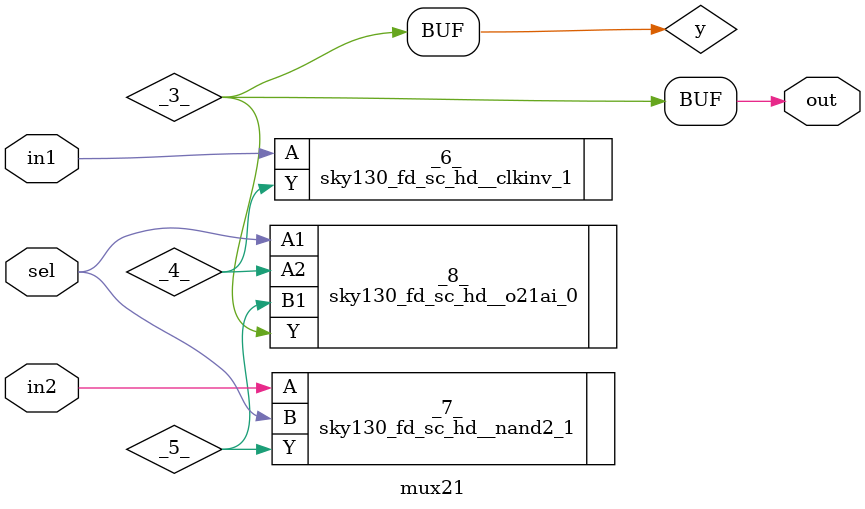
<source format=v>
/* Generated by Yosys 0.7 (git sha1 61f6811, gcc 6.2.0-11ubuntu1 -O2 -fdebug-prefix-map=/build/yosys-OIL3SR/yosys-0.7=. -fstack-protector-strong -fPIC -Os) */

module mux21(in1, in2, sel, out);
  wire _0_;
  wire _1_;
  wire _2_;
  wire _3_;
  wire _4_;
  wire _5_;
  input in1;
  input in2;
  output out;
  input sel;
  wire y;
  sky130_fd_sc_hd__clkinv_1 _6_ (
    .A(_0_),
    .Y(_4_)
  );
  sky130_fd_sc_hd__nand2_1 _7_ (
    .A(_1_),
    .B(_2_),
    .Y(_5_)
  );
  sky130_fd_sc_hd__o21ai_0 _8_ (
    .A1(_2_),
    .A2(_4_),
    .B1(_5_),
    .Y(_3_)
  );
  assign y = out;
  assign _0_ = in1;
  assign _1_ = in2;
  assign _2_ = sel;
  assign out = _3_;
endmodule

</source>
